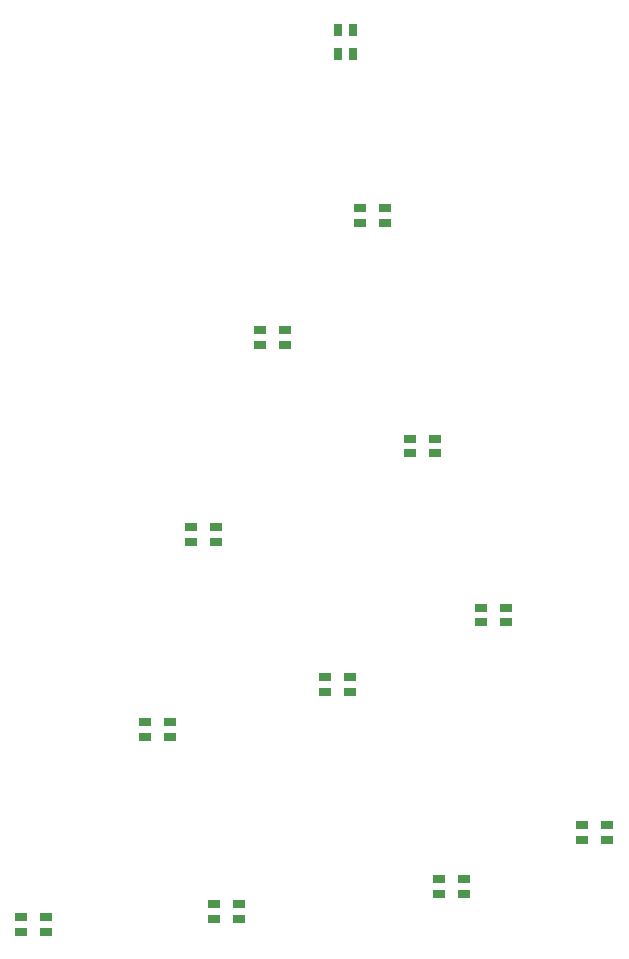
<source format=gbr>
%TF.GenerationSoftware,KiCad,Pcbnew,(6.0.7)*%
%TF.CreationDate,2022-08-02T13:51:54+02:00*%
%TF.ProjectId,LEDChristmasTree-2022,4c454443-6872-4697-9374-6d6173547265,rev?*%
%TF.SameCoordinates,Original*%
%TF.FileFunction,Paste,Top*%
%TF.FilePolarity,Positive*%
%FSLAX46Y46*%
G04 Gerber Fmt 4.6, Leading zero omitted, Abs format (unit mm)*
G04 Created by KiCad (PCBNEW (6.0.7)) date 2022-08-02 13:51:54*
%MOMM*%
%LPD*%
G01*
G04 APERTURE LIST*
%ADD10R,1.100000X0.750000*%
%ADD11R,0.750000X1.100000*%
G04 APERTURE END LIST*
D10*
%TO.C,D12*%
X128700000Y-108995000D03*
X128700000Y-110245000D03*
X126600000Y-110245000D03*
X126600000Y-108995000D03*
%TD*%
%TO.C,D6*%
X146950000Y-65475000D03*
X146950000Y-66725000D03*
X144850000Y-65475000D03*
X144850000Y-66725000D03*
%TD*%
%TO.C,D8*%
X157150000Y-99275000D03*
X157150000Y-100525000D03*
X155050000Y-100525000D03*
X155050000Y-99275000D03*
%TD*%
%TO.C,D5*%
X153640000Y-122275000D03*
X153640000Y-123525000D03*
X151540000Y-123525000D03*
X151540000Y-122275000D03*
%TD*%
%TO.C,D3*%
X134550000Y-124375000D03*
X134550000Y-125625000D03*
X132450000Y-124375000D03*
X132450000Y-125625000D03*
%TD*%
%TO.C,D10*%
X132640000Y-93725000D03*
X132640000Y-92475000D03*
X130540000Y-92475000D03*
X130540000Y-93725000D03*
%TD*%
%TO.C,D11*%
X138440000Y-77025000D03*
X138440000Y-75775000D03*
X136340000Y-75775000D03*
X136340000Y-77025000D03*
%TD*%
%TO.C,D7*%
X165750000Y-117675000D03*
X165750000Y-118925000D03*
X163650000Y-117675000D03*
X163650000Y-118925000D03*
%TD*%
%TO.C,D1*%
X143950000Y-105175000D03*
X143950000Y-106425000D03*
X141850000Y-105175000D03*
X141850000Y-106425000D03*
%TD*%
%TO.C,D4*%
X151150000Y-86225000D03*
X151150000Y-84975000D03*
X149050000Y-84975000D03*
X149050000Y-86225000D03*
%TD*%
%TO.C,D2*%
X118250000Y-125475000D03*
X118250000Y-126725000D03*
X116150000Y-125475000D03*
X116150000Y-126725000D03*
%TD*%
D11*
%TO.C,D9*%
X144225000Y-50340000D03*
X142975000Y-50340000D03*
X142975000Y-52440000D03*
X144225000Y-52440000D03*
%TD*%
M02*

</source>
